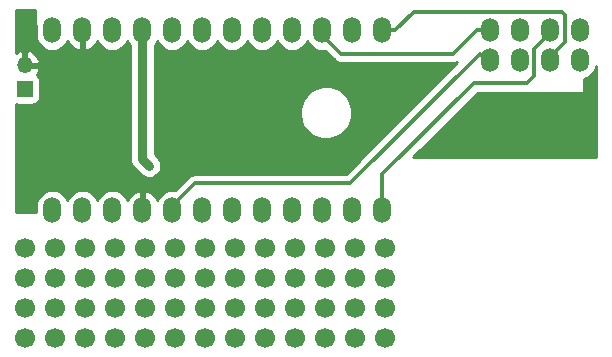
<source format=gbl>
G04 #@! TF.GenerationSoftware,KiCad,Pcbnew,(2017-11-08 revision cd21218)-HEAD*
G04 #@! TF.CreationDate,2018-02-23T18:24:02+02:00*
G04 #@! TF.ProjectId,pro_mini,70726F5F6D696E692E6B696361645F70,rev?*
G04 #@! TF.SameCoordinates,Original*
G04 #@! TF.FileFunction,Copper,L2,Bot,Signal*
G04 #@! TF.FilePolarity,Positive*
%FSLAX46Y46*%
G04 Gerber Fmt 4.6, Leading zero omitted, Abs format (unit mm)*
G04 Created by KiCad (PCBNEW (2017-11-08 revision cd21218)-HEAD) date Fri Feb 23 18:24:02 2018*
%MOMM*%
%LPD*%
G01*
G04 APERTURE LIST*
%ADD10C,0.350000*%
%ADD11C,1.700000*%
%ADD12O,1.500000X2.000000*%
%ADD13O,1.501140X2.199640*%
%ADD14R,1.350000X1.350000*%
%ADD15O,1.350000X1.350000*%
%ADD16C,0.800000*%
%ADD17C,0.800000*%
%ADD18C,0.350000*%
%ADD19C,0.254000*%
G04 APERTURE END LIST*
D10*
X139625000Y-99500000D03*
X136875000Y-103500000D03*
X135375000Y-103500000D03*
X138375000Y-103500000D03*
X126375000Y-103500000D03*
X129375000Y-103500000D03*
X132375000Y-103500000D03*
X133875000Y-103500000D03*
X130875000Y-103500000D03*
X127875000Y-103500000D03*
X111250000Y-99000000D03*
X111250000Y-101750000D03*
X111250000Y-104000000D03*
X111250000Y-106000000D03*
X111500000Y-90500000D03*
X111500000Y-91750000D03*
X120250000Y-104500000D03*
X121750000Y-104500000D03*
X123250000Y-104500000D03*
X151000000Y-101000000D03*
X152250000Y-101000000D03*
X151500000Y-102000000D03*
X150250000Y-102000000D03*
X159250000Y-101500000D03*
X159250000Y-100000000D03*
X159250000Y-98750000D03*
X159250000Y-97500000D03*
X159250000Y-96250000D03*
X152250000Y-100000000D03*
D11*
X141980000Y-117620000D03*
X139440000Y-117620000D03*
X136900000Y-117620000D03*
X134360000Y-117620000D03*
X131820000Y-117620000D03*
X129280000Y-117620000D03*
X126740000Y-117620000D03*
X124200000Y-117620000D03*
X121660000Y-117620000D03*
X119120000Y-117620000D03*
X116580000Y-117620000D03*
X114040000Y-117620000D03*
X111500000Y-117620000D03*
X141980000Y-115080000D03*
X139440000Y-115080000D03*
X136900000Y-115080000D03*
X134360000Y-115080000D03*
X131820000Y-115080000D03*
X129280000Y-115080000D03*
X126740000Y-115080000D03*
X124200000Y-115080000D03*
X121660000Y-115080000D03*
X119120000Y-115080000D03*
X116580000Y-115080000D03*
X114040000Y-115080000D03*
X111500000Y-115080000D03*
X141980000Y-112540000D03*
X139440000Y-112540000D03*
X136900000Y-112540000D03*
X134360000Y-112540000D03*
X131820000Y-112540000D03*
X129280000Y-112540000D03*
X126740000Y-112540000D03*
X124200000Y-112540000D03*
X121660000Y-112540000D03*
X119120000Y-112540000D03*
X116580000Y-112540000D03*
X114040000Y-112540000D03*
X111500000Y-112540000D03*
X141980000Y-110000000D03*
X139440000Y-110000000D03*
X136900000Y-110000000D03*
X134360000Y-110000000D03*
X131820000Y-110000000D03*
X129280000Y-110000000D03*
X126740000Y-110000000D03*
X124200000Y-110000000D03*
X121660000Y-110000000D03*
X119120000Y-110000000D03*
X116580000Y-110000000D03*
X114040000Y-110000000D03*
X111500000Y-110000000D03*
D12*
X150856000Y-91524000D03*
X150856000Y-94064000D03*
X153396000Y-91524000D03*
X153396000Y-94064000D03*
X155936000Y-91524000D03*
X155936000Y-94064000D03*
X158476000Y-91524000D03*
X158476000Y-94064000D03*
D13*
X113831001Y-106785001D03*
X116371001Y-106785001D03*
X118911001Y-106785001D03*
X121451001Y-106785001D03*
X123991001Y-106785001D03*
X126531001Y-106785001D03*
X129071001Y-106785001D03*
X131611001Y-106785001D03*
X134151001Y-106785001D03*
X136691001Y-106785001D03*
X139231001Y-106785001D03*
X141771001Y-106785001D03*
X141771001Y-91545001D03*
X139231001Y-91545001D03*
X136691001Y-91545001D03*
X134151001Y-91545001D03*
X131611001Y-91545001D03*
X129071001Y-91545001D03*
X126531001Y-91545001D03*
X123991001Y-91545001D03*
X121451001Y-91545001D03*
X118911001Y-91545001D03*
X116371001Y-91545001D03*
X113831001Y-91545001D03*
D14*
X111500000Y-96500000D03*
D15*
X111500000Y-94500000D03*
D10*
X111500000Y-92750000D03*
X120125000Y-95000000D03*
X135125000Y-95000000D03*
X136625000Y-95000000D03*
X138125000Y-95000000D03*
X139625000Y-95000000D03*
X120125000Y-96500000D03*
X123125000Y-96500000D03*
X124625000Y-96500000D03*
X126125000Y-96500000D03*
X127625000Y-96500000D03*
X129125000Y-96500000D03*
X130625000Y-96500000D03*
X132125000Y-96500000D03*
X133625000Y-96500000D03*
X139625000Y-96500000D03*
X141125000Y-96500000D03*
X126125000Y-98000000D03*
X127625000Y-98000000D03*
X129125000Y-98000000D03*
X130625000Y-98000000D03*
X132125000Y-98000000D03*
X133625000Y-98000000D03*
X139625000Y-98000000D03*
X141125000Y-98000000D03*
X142625000Y-98000000D03*
X144125000Y-98000000D03*
X150125000Y-98000000D03*
X126125000Y-99500000D03*
X127625000Y-99500000D03*
X129125000Y-99500000D03*
X130625000Y-99500000D03*
X132125000Y-99500000D03*
X133625000Y-99500000D03*
X141125000Y-99500000D03*
X142625000Y-99500000D03*
X148625000Y-99500000D03*
X147125000Y-101000000D03*
X153125000Y-102000000D03*
X154625000Y-102000000D03*
X112625000Y-104000000D03*
X114125000Y-104000000D03*
X115625000Y-104000000D03*
X118750000Y-104500000D03*
X124750000Y-104500000D03*
D16*
X121999996Y-103000000D03*
D17*
X121451001Y-91545001D02*
X121451001Y-102451005D01*
X121451001Y-102451005D02*
X121999996Y-103000000D01*
D18*
X139000000Y-104500000D02*
X150000000Y-93500000D01*
X123991001Y-106785001D02*
X123991001Y-106435751D01*
X125926752Y-104500000D02*
X139000000Y-104500000D01*
X123991001Y-106435751D02*
X125926752Y-104500000D01*
X150000000Y-93500000D02*
X150564000Y-94064000D01*
X150564000Y-94064000D02*
X150856000Y-94064000D01*
X154000000Y-96000000D02*
X154621010Y-95378990D01*
X154621010Y-95378990D02*
X154621010Y-93088990D01*
X154621010Y-93088990D02*
X155936000Y-91774000D01*
X155936000Y-91774000D02*
X155936000Y-91524000D01*
X149500000Y-96000000D02*
X154000000Y-96000000D01*
X141771001Y-103728999D02*
X149500000Y-96000000D01*
X141771001Y-106785001D02*
X141771001Y-103728999D01*
X157250990Y-92499010D02*
X157250990Y-90250990D01*
X157250990Y-90250990D02*
X157000000Y-90000000D01*
X155936000Y-93814000D02*
X157250990Y-92499010D01*
X155936000Y-94064000D02*
X155936000Y-93814000D01*
X157000000Y-90000000D02*
X144416572Y-90000000D01*
X144416572Y-90000000D02*
X142871571Y-91545001D01*
X142871571Y-91545001D02*
X141771001Y-91545001D01*
X149756000Y-91524000D02*
X147780000Y-93500000D01*
X150856000Y-91524000D02*
X149756000Y-91524000D01*
X136691001Y-91894251D02*
X136691001Y-91545001D01*
X147780000Y-93500000D02*
X138296750Y-93500000D01*
X138296750Y-93500000D02*
X136691001Y-91894251D01*
D19*
G36*
X112373000Y-91000000D02*
X112382667Y-91048601D01*
X112410197Y-91089803D01*
X112451261Y-91117241D01*
X112445566Y-91168011D01*
X112445431Y-91187357D01*
X112445431Y-91902645D01*
X112471819Y-92171770D01*
X112549978Y-92430645D01*
X112676930Y-92669408D01*
X112847841Y-92878965D01*
X113056200Y-93051335D01*
X113294071Y-93179951D01*
X113552393Y-93259915D01*
X113821328Y-93288181D01*
X114090631Y-93263673D01*
X114350045Y-93187323D01*
X114589688Y-93062041D01*
X114800434Y-92892597D01*
X114974254Y-92685446D01*
X115102831Y-92451563D01*
X115139502Y-92541818D01*
X115289499Y-92769629D01*
X115481058Y-92963799D01*
X115706816Y-93116867D01*
X115958099Y-93222951D01*
X116029726Y-93237134D01*
X116244001Y-93114480D01*
X116244001Y-91672001D01*
X116224001Y-91672001D01*
X116224001Y-91418001D01*
X116244001Y-91418001D01*
X116244001Y-91398001D01*
X116498001Y-91398001D01*
X116498001Y-91418001D01*
X116518001Y-91418001D01*
X116518001Y-91672001D01*
X116498001Y-91672001D01*
X116498001Y-93114480D01*
X116712276Y-93237134D01*
X116783903Y-93222951D01*
X117035186Y-93116867D01*
X117260944Y-92963799D01*
X117452503Y-92769629D01*
X117602500Y-92541818D01*
X117640007Y-92449506D01*
X117756930Y-92669408D01*
X117927841Y-92878965D01*
X118136200Y-93051335D01*
X118374071Y-93179951D01*
X118632393Y-93259915D01*
X118901328Y-93288181D01*
X119170631Y-93263673D01*
X119430045Y-93187323D01*
X119669688Y-93062041D01*
X119880434Y-92892597D01*
X120054254Y-92685446D01*
X120181951Y-92453164D01*
X120296930Y-92669408D01*
X120416001Y-92815403D01*
X120416001Y-102451005D01*
X120425334Y-102546191D01*
X120433663Y-102641394D01*
X120435181Y-102646617D01*
X120435712Y-102652038D01*
X120463351Y-102743583D01*
X120490018Y-102835371D01*
X120492523Y-102840204D01*
X120494096Y-102845413D01*
X120538966Y-102929801D01*
X120582977Y-103014706D01*
X120586374Y-103018961D01*
X120588928Y-103023765D01*
X120649328Y-103097823D01*
X120708998Y-103172571D01*
X120716473Y-103180151D01*
X120716595Y-103180301D01*
X120716734Y-103180416D01*
X120719145Y-103182861D01*
X121259951Y-103723666D01*
X121325946Y-103792006D01*
X121492618Y-103907846D01*
X121678616Y-103989106D01*
X121876855Y-104032692D01*
X122079784Y-104036943D01*
X122279675Y-104001697D01*
X122468912Y-103928296D01*
X122640289Y-103819537D01*
X122787277Y-103679563D01*
X122904278Y-103513703D01*
X122986835Y-103328278D01*
X123031803Y-103130348D01*
X123033255Y-103026338D01*
X123034939Y-103010838D01*
X123033674Y-102996374D01*
X123035040Y-102898513D01*
X122995616Y-102699405D01*
X122918269Y-102511746D01*
X122805944Y-102342684D01*
X122662922Y-102198660D01*
X122661217Y-102197510D01*
X122486001Y-102022294D01*
X122486001Y-98687925D01*
X134762062Y-98687925D01*
X134841185Y-99119030D01*
X135002536Y-99526557D01*
X135239970Y-99894982D01*
X135544443Y-100210273D01*
X135904358Y-100460421D01*
X136306005Y-100635896D01*
X136734087Y-100730016D01*
X137172297Y-100739195D01*
X137603944Y-100663084D01*
X138012587Y-100504582D01*
X138382661Y-100269726D01*
X138700070Y-99967461D01*
X138952724Y-99609302D01*
X139130999Y-99208889D01*
X139228105Y-98781475D01*
X139235096Y-98280847D01*
X139149962Y-97850888D01*
X138982936Y-97445654D01*
X138740381Y-97080580D01*
X138431536Y-96769571D01*
X138068164Y-96524473D01*
X137664105Y-96354622D01*
X137234751Y-96266489D01*
X136796456Y-96263429D01*
X136365914Y-96345559D01*
X135959523Y-96509752D01*
X135592764Y-96749752D01*
X135279607Y-97056419D01*
X135031978Y-97418071D01*
X134859311Y-97820933D01*
X134768182Y-98249662D01*
X134762062Y-98687925D01*
X122486001Y-98687925D01*
X122486001Y-92814457D01*
X122594254Y-92685446D01*
X122721951Y-92453164D01*
X122836930Y-92669408D01*
X123007841Y-92878965D01*
X123216200Y-93051335D01*
X123454071Y-93179951D01*
X123712393Y-93259915D01*
X123981328Y-93288181D01*
X124250631Y-93263673D01*
X124510045Y-93187323D01*
X124749688Y-93062041D01*
X124960434Y-92892597D01*
X125134254Y-92685446D01*
X125261951Y-92453164D01*
X125376930Y-92669408D01*
X125547841Y-92878965D01*
X125756200Y-93051335D01*
X125994071Y-93179951D01*
X126252393Y-93259915D01*
X126521328Y-93288181D01*
X126790631Y-93263673D01*
X127050045Y-93187323D01*
X127289688Y-93062041D01*
X127500434Y-92892597D01*
X127674254Y-92685446D01*
X127801951Y-92453164D01*
X127916930Y-92669408D01*
X128087841Y-92878965D01*
X128296200Y-93051335D01*
X128534071Y-93179951D01*
X128792393Y-93259915D01*
X129061328Y-93288181D01*
X129330631Y-93263673D01*
X129590045Y-93187323D01*
X129829688Y-93062041D01*
X130040434Y-92892597D01*
X130214254Y-92685446D01*
X130341951Y-92453164D01*
X130456930Y-92669408D01*
X130627841Y-92878965D01*
X130836200Y-93051335D01*
X131074071Y-93179951D01*
X131332393Y-93259915D01*
X131601328Y-93288181D01*
X131870631Y-93263673D01*
X132130045Y-93187323D01*
X132369688Y-93062041D01*
X132580434Y-92892597D01*
X132754254Y-92685446D01*
X132881951Y-92453164D01*
X132996930Y-92669408D01*
X133167841Y-92878965D01*
X133376200Y-93051335D01*
X133614071Y-93179951D01*
X133872393Y-93259915D01*
X134141328Y-93288181D01*
X134410631Y-93263673D01*
X134670045Y-93187323D01*
X134909688Y-93062041D01*
X135120434Y-92892597D01*
X135294254Y-92685446D01*
X135421951Y-92453164D01*
X135536930Y-92669408D01*
X135707841Y-92878965D01*
X135916200Y-93051335D01*
X136154071Y-93179951D01*
X136412393Y-93259915D01*
X136681328Y-93288181D01*
X136917890Y-93266653D01*
X137723993Y-94072756D01*
X137781846Y-94120277D01*
X137839127Y-94168342D01*
X137842855Y-94170392D01*
X137846150Y-94173098D01*
X137912098Y-94208459D01*
X137977657Y-94244500D01*
X137981720Y-94245789D01*
X137985471Y-94247800D01*
X138056945Y-94269652D01*
X138128342Y-94292300D01*
X138132580Y-94292775D01*
X138136648Y-94294019D01*
X138211033Y-94301575D01*
X138285441Y-94309921D01*
X138293767Y-94309979D01*
X138293923Y-94309995D01*
X138294068Y-94309981D01*
X138296750Y-94310000D01*
X147780000Y-94310000D01*
X147854535Y-94302692D01*
X147929001Y-94296177D01*
X147933087Y-94294990D01*
X147937330Y-94294574D01*
X148008962Y-94272947D01*
X148080808Y-94252074D01*
X148084593Y-94250112D01*
X148088667Y-94248882D01*
X148124837Y-94229650D01*
X138664488Y-103690000D01*
X125926752Y-103690000D01*
X125852217Y-103697308D01*
X125777751Y-103703823D01*
X125773665Y-103705010D01*
X125769422Y-103705426D01*
X125697790Y-103727053D01*
X125625944Y-103747926D01*
X125622159Y-103749888D01*
X125618085Y-103751118D01*
X125552063Y-103786223D01*
X125485594Y-103820677D01*
X125482264Y-103823335D01*
X125478505Y-103825334D01*
X125420527Y-103872620D01*
X125362048Y-103919303D01*
X125356120Y-103925148D01*
X125355998Y-103925248D01*
X125355904Y-103925361D01*
X125353995Y-103927244D01*
X124216712Y-105064527D01*
X124000674Y-105041821D01*
X123731371Y-105066329D01*
X123471957Y-105142679D01*
X123232314Y-105267961D01*
X123021568Y-105437405D01*
X122847748Y-105644556D01*
X122719171Y-105878439D01*
X122682500Y-105788184D01*
X122532503Y-105560373D01*
X122340944Y-105366203D01*
X122115186Y-105213135D01*
X121863903Y-105107051D01*
X121792276Y-105092868D01*
X121578001Y-105215522D01*
X121578001Y-106658001D01*
X121598001Y-106658001D01*
X121598001Y-106873000D01*
X121304001Y-106873000D01*
X121304001Y-106658001D01*
X121324001Y-106658001D01*
X121324001Y-105215522D01*
X121109726Y-105092868D01*
X121038099Y-105107051D01*
X120786816Y-105213135D01*
X120561058Y-105366203D01*
X120369499Y-105560373D01*
X120219502Y-105788184D01*
X120181995Y-105880496D01*
X120065072Y-105660594D01*
X119894161Y-105451037D01*
X119685802Y-105278667D01*
X119447931Y-105150051D01*
X119189609Y-105070087D01*
X118920674Y-105041821D01*
X118651371Y-105066329D01*
X118391957Y-105142679D01*
X118152314Y-105267961D01*
X117941568Y-105437405D01*
X117767748Y-105644556D01*
X117640051Y-105876838D01*
X117525072Y-105660594D01*
X117354161Y-105451037D01*
X117145802Y-105278667D01*
X116907931Y-105150051D01*
X116649609Y-105070087D01*
X116380674Y-105041821D01*
X116111371Y-105066329D01*
X115851957Y-105142679D01*
X115612314Y-105267961D01*
X115401568Y-105437405D01*
X115227748Y-105644556D01*
X115100051Y-105876838D01*
X114985072Y-105660594D01*
X114814161Y-105451037D01*
X114605802Y-105278667D01*
X114367931Y-105150051D01*
X114109609Y-105070087D01*
X113840674Y-105041821D01*
X113571371Y-105066329D01*
X113311957Y-105142679D01*
X113072314Y-105267961D01*
X112861568Y-105437405D01*
X112687748Y-105644556D01*
X112557475Y-105881523D01*
X112475709Y-106139281D01*
X112445566Y-106408011D01*
X112445431Y-106427357D01*
X112445431Y-106873000D01*
X110758619Y-106873000D01*
X110758619Y-97806534D01*
X110825000Y-97813072D01*
X112175000Y-97813072D01*
X112299482Y-97800812D01*
X112419180Y-97764502D01*
X112529494Y-97705537D01*
X112626185Y-97626185D01*
X112705537Y-97529494D01*
X112764502Y-97419180D01*
X112800812Y-97299482D01*
X112813072Y-97175000D01*
X112813072Y-95825000D01*
X112800812Y-95700518D01*
X112764502Y-95580820D01*
X112705537Y-95470506D01*
X112626185Y-95373815D01*
X112532441Y-95296881D01*
X112629473Y-95163629D01*
X112737238Y-94930528D01*
X112767910Y-94829400D01*
X112644224Y-94627000D01*
X111627000Y-94627000D01*
X111627000Y-94647000D01*
X111373000Y-94647000D01*
X111373000Y-94627000D01*
X111353000Y-94627000D01*
X111353000Y-94373000D01*
X111373000Y-94373000D01*
X111373000Y-93354915D01*
X111627000Y-93354915D01*
X111627000Y-94373000D01*
X112644224Y-94373000D01*
X112767910Y-94170600D01*
X112737238Y-94069472D01*
X112629473Y-93836371D01*
X112478303Y-93628773D01*
X112289537Y-93454656D01*
X112070430Y-93320711D01*
X111829401Y-93232085D01*
X111627000Y-93354915D01*
X111373000Y-93354915D01*
X111170599Y-93232085D01*
X110929570Y-93320711D01*
X110758619Y-93425217D01*
X110758619Y-89806099D01*
X112373000Y-89806099D01*
X112373000Y-91000000D01*
X112373000Y-91000000D01*
G37*
X112373000Y-91000000D02*
X112382667Y-91048601D01*
X112410197Y-91089803D01*
X112451261Y-91117241D01*
X112445566Y-91168011D01*
X112445431Y-91187357D01*
X112445431Y-91902645D01*
X112471819Y-92171770D01*
X112549978Y-92430645D01*
X112676930Y-92669408D01*
X112847841Y-92878965D01*
X113056200Y-93051335D01*
X113294071Y-93179951D01*
X113552393Y-93259915D01*
X113821328Y-93288181D01*
X114090631Y-93263673D01*
X114350045Y-93187323D01*
X114589688Y-93062041D01*
X114800434Y-92892597D01*
X114974254Y-92685446D01*
X115102831Y-92451563D01*
X115139502Y-92541818D01*
X115289499Y-92769629D01*
X115481058Y-92963799D01*
X115706816Y-93116867D01*
X115958099Y-93222951D01*
X116029726Y-93237134D01*
X116244001Y-93114480D01*
X116244001Y-91672001D01*
X116224001Y-91672001D01*
X116224001Y-91418001D01*
X116244001Y-91418001D01*
X116244001Y-91398001D01*
X116498001Y-91398001D01*
X116498001Y-91418001D01*
X116518001Y-91418001D01*
X116518001Y-91672001D01*
X116498001Y-91672001D01*
X116498001Y-93114480D01*
X116712276Y-93237134D01*
X116783903Y-93222951D01*
X117035186Y-93116867D01*
X117260944Y-92963799D01*
X117452503Y-92769629D01*
X117602500Y-92541818D01*
X117640007Y-92449506D01*
X117756930Y-92669408D01*
X117927841Y-92878965D01*
X118136200Y-93051335D01*
X118374071Y-93179951D01*
X118632393Y-93259915D01*
X118901328Y-93288181D01*
X119170631Y-93263673D01*
X119430045Y-93187323D01*
X119669688Y-93062041D01*
X119880434Y-92892597D01*
X120054254Y-92685446D01*
X120181951Y-92453164D01*
X120296930Y-92669408D01*
X120416001Y-92815403D01*
X120416001Y-102451005D01*
X120425334Y-102546191D01*
X120433663Y-102641394D01*
X120435181Y-102646617D01*
X120435712Y-102652038D01*
X120463351Y-102743583D01*
X120490018Y-102835371D01*
X120492523Y-102840204D01*
X120494096Y-102845413D01*
X120538966Y-102929801D01*
X120582977Y-103014706D01*
X120586374Y-103018961D01*
X120588928Y-103023765D01*
X120649328Y-103097823D01*
X120708998Y-103172571D01*
X120716473Y-103180151D01*
X120716595Y-103180301D01*
X120716734Y-103180416D01*
X120719145Y-103182861D01*
X121259951Y-103723666D01*
X121325946Y-103792006D01*
X121492618Y-103907846D01*
X121678616Y-103989106D01*
X121876855Y-104032692D01*
X122079784Y-104036943D01*
X122279675Y-104001697D01*
X122468912Y-103928296D01*
X122640289Y-103819537D01*
X122787277Y-103679563D01*
X122904278Y-103513703D01*
X122986835Y-103328278D01*
X123031803Y-103130348D01*
X123033255Y-103026338D01*
X123034939Y-103010838D01*
X123033674Y-102996374D01*
X123035040Y-102898513D01*
X122995616Y-102699405D01*
X122918269Y-102511746D01*
X122805944Y-102342684D01*
X122662922Y-102198660D01*
X122661217Y-102197510D01*
X122486001Y-102022294D01*
X122486001Y-98687925D01*
X134762062Y-98687925D01*
X134841185Y-99119030D01*
X135002536Y-99526557D01*
X135239970Y-99894982D01*
X135544443Y-100210273D01*
X135904358Y-100460421D01*
X136306005Y-100635896D01*
X136734087Y-100730016D01*
X137172297Y-100739195D01*
X137603944Y-100663084D01*
X138012587Y-100504582D01*
X138382661Y-100269726D01*
X138700070Y-99967461D01*
X138952724Y-99609302D01*
X139130999Y-99208889D01*
X139228105Y-98781475D01*
X139235096Y-98280847D01*
X139149962Y-97850888D01*
X138982936Y-97445654D01*
X138740381Y-97080580D01*
X138431536Y-96769571D01*
X138068164Y-96524473D01*
X137664105Y-96354622D01*
X137234751Y-96266489D01*
X136796456Y-96263429D01*
X136365914Y-96345559D01*
X135959523Y-96509752D01*
X135592764Y-96749752D01*
X135279607Y-97056419D01*
X135031978Y-97418071D01*
X134859311Y-97820933D01*
X134768182Y-98249662D01*
X134762062Y-98687925D01*
X122486001Y-98687925D01*
X122486001Y-92814457D01*
X122594254Y-92685446D01*
X122721951Y-92453164D01*
X122836930Y-92669408D01*
X123007841Y-92878965D01*
X123216200Y-93051335D01*
X123454071Y-93179951D01*
X123712393Y-93259915D01*
X123981328Y-93288181D01*
X124250631Y-93263673D01*
X124510045Y-93187323D01*
X124749688Y-93062041D01*
X124960434Y-92892597D01*
X125134254Y-92685446D01*
X125261951Y-92453164D01*
X125376930Y-92669408D01*
X125547841Y-92878965D01*
X125756200Y-93051335D01*
X125994071Y-93179951D01*
X126252393Y-93259915D01*
X126521328Y-93288181D01*
X126790631Y-93263673D01*
X127050045Y-93187323D01*
X127289688Y-93062041D01*
X127500434Y-92892597D01*
X127674254Y-92685446D01*
X127801951Y-92453164D01*
X127916930Y-92669408D01*
X128087841Y-92878965D01*
X128296200Y-93051335D01*
X128534071Y-93179951D01*
X128792393Y-93259915D01*
X129061328Y-93288181D01*
X129330631Y-93263673D01*
X129590045Y-93187323D01*
X129829688Y-93062041D01*
X130040434Y-92892597D01*
X130214254Y-92685446D01*
X130341951Y-92453164D01*
X130456930Y-92669408D01*
X130627841Y-92878965D01*
X130836200Y-93051335D01*
X131074071Y-93179951D01*
X131332393Y-93259915D01*
X131601328Y-93288181D01*
X131870631Y-93263673D01*
X132130045Y-93187323D01*
X132369688Y-93062041D01*
X132580434Y-92892597D01*
X132754254Y-92685446D01*
X132881951Y-92453164D01*
X132996930Y-92669408D01*
X133167841Y-92878965D01*
X133376200Y-93051335D01*
X133614071Y-93179951D01*
X133872393Y-93259915D01*
X134141328Y-93288181D01*
X134410631Y-93263673D01*
X134670045Y-93187323D01*
X134909688Y-93062041D01*
X135120434Y-92892597D01*
X135294254Y-92685446D01*
X135421951Y-92453164D01*
X135536930Y-92669408D01*
X135707841Y-92878965D01*
X135916200Y-93051335D01*
X136154071Y-93179951D01*
X136412393Y-93259915D01*
X136681328Y-93288181D01*
X136917890Y-93266653D01*
X137723993Y-94072756D01*
X137781846Y-94120277D01*
X137839127Y-94168342D01*
X137842855Y-94170392D01*
X137846150Y-94173098D01*
X137912098Y-94208459D01*
X137977657Y-94244500D01*
X137981720Y-94245789D01*
X137985471Y-94247800D01*
X138056945Y-94269652D01*
X138128342Y-94292300D01*
X138132580Y-94292775D01*
X138136648Y-94294019D01*
X138211033Y-94301575D01*
X138285441Y-94309921D01*
X138293767Y-94309979D01*
X138293923Y-94309995D01*
X138294068Y-94309981D01*
X138296750Y-94310000D01*
X147780000Y-94310000D01*
X147854535Y-94302692D01*
X147929001Y-94296177D01*
X147933087Y-94294990D01*
X147937330Y-94294574D01*
X148008962Y-94272947D01*
X148080808Y-94252074D01*
X148084593Y-94250112D01*
X148088667Y-94248882D01*
X148124837Y-94229650D01*
X138664488Y-103690000D01*
X125926752Y-103690000D01*
X125852217Y-103697308D01*
X125777751Y-103703823D01*
X125773665Y-103705010D01*
X125769422Y-103705426D01*
X125697790Y-103727053D01*
X125625944Y-103747926D01*
X125622159Y-103749888D01*
X125618085Y-103751118D01*
X125552063Y-103786223D01*
X125485594Y-103820677D01*
X125482264Y-103823335D01*
X125478505Y-103825334D01*
X125420527Y-103872620D01*
X125362048Y-103919303D01*
X125356120Y-103925148D01*
X125355998Y-103925248D01*
X125355904Y-103925361D01*
X125353995Y-103927244D01*
X124216712Y-105064527D01*
X124000674Y-105041821D01*
X123731371Y-105066329D01*
X123471957Y-105142679D01*
X123232314Y-105267961D01*
X123021568Y-105437405D01*
X122847748Y-105644556D01*
X122719171Y-105878439D01*
X122682500Y-105788184D01*
X122532503Y-105560373D01*
X122340944Y-105366203D01*
X122115186Y-105213135D01*
X121863903Y-105107051D01*
X121792276Y-105092868D01*
X121578001Y-105215522D01*
X121578001Y-106658001D01*
X121598001Y-106658001D01*
X121598001Y-106873000D01*
X121304001Y-106873000D01*
X121304001Y-106658001D01*
X121324001Y-106658001D01*
X121324001Y-105215522D01*
X121109726Y-105092868D01*
X121038099Y-105107051D01*
X120786816Y-105213135D01*
X120561058Y-105366203D01*
X120369499Y-105560373D01*
X120219502Y-105788184D01*
X120181995Y-105880496D01*
X120065072Y-105660594D01*
X119894161Y-105451037D01*
X119685802Y-105278667D01*
X119447931Y-105150051D01*
X119189609Y-105070087D01*
X118920674Y-105041821D01*
X118651371Y-105066329D01*
X118391957Y-105142679D01*
X118152314Y-105267961D01*
X117941568Y-105437405D01*
X117767748Y-105644556D01*
X117640051Y-105876838D01*
X117525072Y-105660594D01*
X117354161Y-105451037D01*
X117145802Y-105278667D01*
X116907931Y-105150051D01*
X116649609Y-105070087D01*
X116380674Y-105041821D01*
X116111371Y-105066329D01*
X115851957Y-105142679D01*
X115612314Y-105267961D01*
X115401568Y-105437405D01*
X115227748Y-105644556D01*
X115100051Y-105876838D01*
X114985072Y-105660594D01*
X114814161Y-105451037D01*
X114605802Y-105278667D01*
X114367931Y-105150051D01*
X114109609Y-105070087D01*
X113840674Y-105041821D01*
X113571371Y-105066329D01*
X113311957Y-105142679D01*
X113072314Y-105267961D01*
X112861568Y-105437405D01*
X112687748Y-105644556D01*
X112557475Y-105881523D01*
X112475709Y-106139281D01*
X112445566Y-106408011D01*
X112445431Y-106427357D01*
X112445431Y-106873000D01*
X110758619Y-106873000D01*
X110758619Y-97806534D01*
X110825000Y-97813072D01*
X112175000Y-97813072D01*
X112299482Y-97800812D01*
X112419180Y-97764502D01*
X112529494Y-97705537D01*
X112626185Y-97626185D01*
X112705537Y-97529494D01*
X112764502Y-97419180D01*
X112800812Y-97299482D01*
X112813072Y-97175000D01*
X112813072Y-95825000D01*
X112800812Y-95700518D01*
X112764502Y-95580820D01*
X112705537Y-95470506D01*
X112626185Y-95373815D01*
X112532441Y-95296881D01*
X112629473Y-95163629D01*
X112737238Y-94930528D01*
X112767910Y-94829400D01*
X112644224Y-94627000D01*
X111627000Y-94627000D01*
X111627000Y-94647000D01*
X111373000Y-94647000D01*
X111373000Y-94627000D01*
X111353000Y-94627000D01*
X111353000Y-94373000D01*
X111373000Y-94373000D01*
X111373000Y-93354915D01*
X111627000Y-93354915D01*
X111627000Y-94373000D01*
X112644224Y-94373000D01*
X112767910Y-94170600D01*
X112737238Y-94069472D01*
X112629473Y-93836371D01*
X112478303Y-93628773D01*
X112289537Y-93454656D01*
X112070430Y-93320711D01*
X111829401Y-93232085D01*
X111627000Y-93354915D01*
X111373000Y-93354915D01*
X111170599Y-93232085D01*
X110929570Y-93320711D01*
X110758619Y-93425217D01*
X110758619Y-89806099D01*
X112373000Y-89806099D01*
X112373000Y-91000000D01*
G36*
X159840000Y-102290000D02*
X144355512Y-102290000D01*
X149835513Y-96810000D01*
X150140283Y-96810000D01*
X150160197Y-96839803D01*
X150201399Y-96867333D01*
X150250000Y-96877000D01*
X158750000Y-96877000D01*
X158798601Y-96867333D01*
X158839803Y-96839803D01*
X158867333Y-96798601D01*
X158877000Y-96750000D01*
X158877000Y-95640740D01*
X158994830Y-95606061D01*
X159234375Y-95480830D01*
X159445034Y-95311456D01*
X159618782Y-95104390D01*
X159749002Y-94867521D01*
X159830734Y-94609869D01*
X159840000Y-94527262D01*
X159840000Y-102290000D01*
X159840000Y-102290000D01*
G37*
X159840000Y-102290000D02*
X144355512Y-102290000D01*
X149835513Y-96810000D01*
X150140283Y-96810000D01*
X150160197Y-96839803D01*
X150201399Y-96867333D01*
X150250000Y-96877000D01*
X158750000Y-96877000D01*
X158798601Y-96867333D01*
X158839803Y-96839803D01*
X158867333Y-96798601D01*
X158877000Y-96750000D01*
X158877000Y-95640740D01*
X158994830Y-95606061D01*
X159234375Y-95480830D01*
X159445034Y-95311456D01*
X159618782Y-95104390D01*
X159749002Y-94867521D01*
X159830734Y-94609869D01*
X159840000Y-94527262D01*
X159840000Y-102290000D01*
G36*
X158603000Y-91397000D02*
X158623000Y-91397000D01*
X158623000Y-91651000D01*
X158603000Y-91651000D01*
X158603000Y-91671000D01*
X158349000Y-91671000D01*
X158349000Y-91651000D01*
X158329000Y-91651000D01*
X158329000Y-91397000D01*
X158349000Y-91397000D01*
X158349000Y-91377000D01*
X158603000Y-91377000D01*
X158603000Y-91397000D01*
X158603000Y-91397000D01*
G37*
X158603000Y-91397000D02*
X158623000Y-91397000D01*
X158623000Y-91651000D01*
X158603000Y-91651000D01*
X158603000Y-91671000D01*
X158349000Y-91671000D01*
X158349000Y-91651000D01*
X158329000Y-91651000D01*
X158329000Y-91397000D01*
X158349000Y-91397000D01*
X158349000Y-91377000D01*
X158603000Y-91377000D01*
X158603000Y-91397000D01*
M02*

</source>
